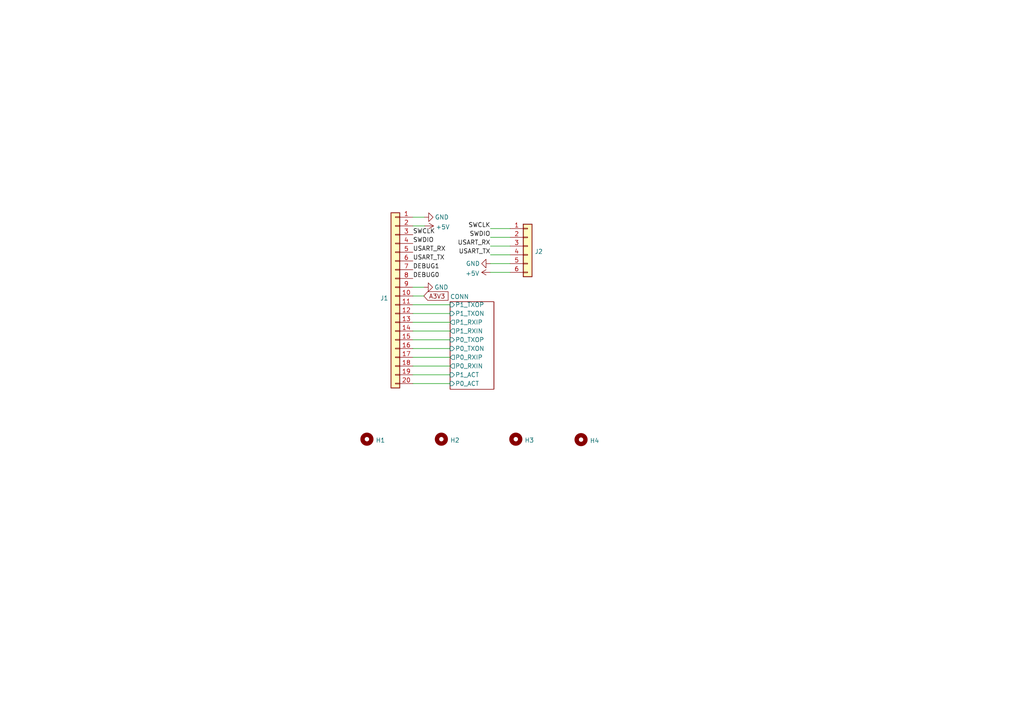
<source format=kicad_sch>
(kicad_sch (version 20230121) (generator eeschema)
  (paper "A4")
  (lib_symbols
    (symbol "Connector_Generic:Conn_01x06" (pin_names (offset 1.016) hide)
      (property "Reference" "J" (at 0 7.62 0))
      (property "Value" "Conn_01x06" (at 0 -10.16 0))
      (symbol "Conn_01x06_1_1"
        (rectangle (start -1.27 -7.493) (end 0 -7.747) (stroke (width 0.1524)))
        (rectangle (start -1.27 -4.953) (end 0 -5.207) (stroke (width 0.1524)))
        (rectangle (start -1.27 -2.413) (end 0 -2.667) (stroke (width 0.1524)))
        (rectangle (start -1.27 0.127) (end 0 -0.127) (stroke (width 0.1524)))
        (rectangle (start -1.27 2.667) (end 0 2.413) (stroke (width 0.1524)))
        (rectangle (start -1.27 5.207) (end 0 4.953) (stroke (width 0.1524)))
        (rectangle (start -1.27 6.35) (end 1.27 -8.89) (stroke (width 0.254)) (fill (type background)))
        (pin passive line (at -5.08 5.08 0) (length 3.81) (name "Pin_1") (number "1"))
        (pin passive line (at -5.08 2.54 0) (length 3.81) (name "Pin_2") (number "2"))
        (pin passive line (at -5.08 0 0) (length 3.81) (name "Pin_3") (number "3"))
        (pin passive line (at -5.08 -2.54 0) (length 3.81) (name "Pin_4") (number "4"))
        (pin passive line (at -5.08 -5.08 0) (length 3.81) (name "Pin_5") (number "5"))
        (pin passive line (at -5.08 -7.62 0) (length 3.81) (name "Pin_6") (number "6"))
      )
    )
    (symbol "Connector_Generic:Conn_01x20" (pin_names (offset 1.016) hide)
      (property "Reference" "J" (at 0 25.4 0))
      (property "Value" "Conn_01x20" (at 0 -27.94 0))
      (symbol "Conn_01x20_1_1"
        (rectangle (start -1.27 -25.273) (end 0 -25.527) (stroke (width 0.1524)))
        (rectangle (start -1.27 -22.733) (end 0 -22.987) (stroke (width 0.1524)))
        (rectangle (start -1.27 -20.193) (end 0 -20.447) (stroke (width 0.1524)))
        (rectangle (start -1.27 -17.653) (end 0 -17.907) (stroke (width 0.1524)))
        (rectangle (start -1.27 -15.113) (end 0 -15.367) (stroke (width 0.1524)))
        (rectangle (start -1.27 -12.573) (end 0 -12.827) (stroke (width 0.1524)))
        (rectangle (start -1.27 -10.033) (end 0 -10.287) (stroke (width 0.1524)))
        (rectangle (start -1.27 -7.493) (end 0 -7.747) (stroke (width 0.1524)))
        (rectangle (start -1.27 -4.953) (end 0 -5.207) (stroke (width 0.1524)))
        (rectangle (start -1.27 -2.413) (end 0 -2.667) (stroke (width 0.1524)))
        (rectangle (start -1.27 0.127) (end 0 -0.127) (stroke (width 0.1524)))
        (rectangle (start -1.27 2.667) (end 0 2.413) (stroke (width 0.1524)))
        (rectangle (start -1.27 5.207) (end 0 4.953) (stroke (width 0.1524)))
        (rectangle (start -1.27 7.747) (end 0 7.493) (stroke (width 0.1524)))
        (rectangle (start -1.27 10.287) (end 0 10.033) (stroke (width 0.1524)))
        (rectangle (start -1.27 12.827) (end 0 12.573) (stroke (width 0.1524)))
        (rectangle (start -1.27 15.367) (end 0 15.113) (stroke (width 0.1524)))
        (rectangle (start -1.27 17.907) (end 0 17.653) (stroke (width 0.1524)))
        (rectangle (start -1.27 20.447) (end 0 20.193) (stroke (width 0.1524)))
        (rectangle (start -1.27 22.987) (end 0 22.733) (stroke (width 0.1524)))
        (rectangle (start -1.27 24.13) (end 1.27 -26.67) (stroke (width 0.254)) (fill (type background)))
        (pin passive line (at -5.08 22.86 0) (length 3.81) (name "Pin_1") (number "1"))
        (pin passive line (at -5.08 0 0) (length 3.81) (name "Pin_10") (number "10"))
        (pin passive line (at -5.08 -2.54 0) (length 3.81) (name "Pin_11") (number "11"))
        (pin passive line (at -5.08 -5.08 0) (length 3.81) (name "Pin_12") (number "12"))
        (pin passive line (at -5.08 -7.62 0) (length 3.81) (name "Pin_13") (number "13"))
        (pin passive line (at -5.08 -10.16 0) (length 3.81) (name "Pin_14") (number "14"))
        (pin passive line (at -5.08 -12.7 0) (length 3.81) (name "Pin_15") (number "15"))
        (pin passive line (at -5.08 -15.24 0) (length 3.81) (name "Pin_16") (number "16"))
        (pin passive line (at -5.08 -17.78 0) (length 3.81) (name "Pin_17") (number "17"))
        (pin passive line (at -5.08 -20.32 0) (length 3.81) (name "Pin_18") (number "18"))
        (pin passive line (at -5.08 -22.86 0) (length 3.81) (name "Pin_19") (number "19"))
        (pin passive line (at -5.08 20.32 0) (length 3.81) (name "Pin_2") (number "2"))
        (pin passive line (at -5.08 -25.4 0) (length 3.81) (name "Pin_20") (number "20"))
        (pin passive line (at -5.08 17.78 0) (length 3.81) (name "Pin_3") (number "3"))
        (pin passive line (at -5.08 15.24 0) (length 3.81) (name "Pin_4") (number "4"))
        (pin passive line (at -5.08 12.7 0) (length 3.81) (name "Pin_5") (number "5"))
        (pin passive line (at -5.08 10.16 0) (length 3.81) (name "Pin_6") (number "6"))
        (pin passive line (at -5.08 7.62 0) (length 3.81) (name "Pin_7") (number "7"))
        (pin passive line (at -5.08 5.08 0) (length 3.81) (name "Pin_8") (number "8"))
        (pin passive line (at -5.08 2.54 0) (length 3.81) (name "Pin_9") (number "9"))
      )
    )
    (symbol "Mechanical:MountingHole" (pin_names (offset 1.016))
      (property "Reference" "H" (at 0 5.08 0))
      (property "Value" "MountingHole" (at 0 3.175 0))
      (symbol "MountingHole_0_1"
        (circle (center 0 0) (radius 1.27) (stroke (width 1.27)))
      )
    )
    (symbol "power:+5V" (power) (pin_names (offset 0))
      (property "Value" "+5V" (at 0 3.556 0))
      (symbol "+5V_0_1"
        (polyline (pts (xy -0.762 1.27) (xy 0 2.54)))
        (polyline (pts (xy 0 0) (xy 0 2.54)))
        (polyline (pts (xy 0 2.54) (xy 0.762 1.27)))
      )
      (symbol "+5V_1_1"
        (pin power_in line (at 0 0 90) (length 0) hide (name "+5V") (number "1"))
      )
    )
    (symbol "power:GND" (power) (pin_names (offset 0))
      (property "Value" "GND" (at 0 -3.81 0))
      (symbol "GND_0_1"
        (polyline (pts (xy 0 0) (xy 0 -1.27) (xy 1.27 -1.27) (xy 0 -2.54) (xy -1.27 -1.27) (xy 0 -1.27)))
      )
      (symbol "GND_1_1"
        (pin power_in line (at 0 0 270) (length 0) hide (name "GND") (number "1"))
      )
    )
  )
  (wire (pts (xy 142.24 76.454) (xy 147.955 76.454)))
  (wire (pts (xy 142.24 66.294) (xy 147.955 66.294)))
  (wire (pts (xy 122.936 83.312) (xy 119.761 83.312)))
  (wire (pts (xy 119.761 108.712) (xy 130.556 108.712)))
  (wire (pts (xy 122.936 85.852) (xy 119.761 85.852)))
  (wire (pts (xy 119.761 90.932) (xy 130.556 90.932)))
  (wire (pts (xy 142.24 71.374) (xy 147.955 71.374)))
  (wire (pts (xy 142.24 73.914) (xy 147.955 73.914)))
  (wire (pts (xy 123.19 65.532) (xy 119.761 65.532)))
  (wire (pts (xy 119.761 103.632) (xy 130.556 103.632)))
  (wire (pts (xy 123.063 62.992) (xy 119.761 62.992)))
  (wire (pts (xy 142.24 78.994) (xy 147.955 78.994)))
  (wire (pts (xy 119.761 111.252) (xy 130.556 111.252)))
  (wire (pts (xy 119.761 93.472) (xy 130.556 93.472)))
  (wire (pts (xy 119.761 88.392) (xy 130.556 88.392)))
  (wire (pts (xy 119.761 96.012) (xy 130.556 96.012)))
  (wire (pts (xy 119.761 101.092) (xy 130.556 101.092)))
  (wire (pts (xy 142.24 68.834) (xy 147.955 68.834)))
  (wire (pts (xy 119.761 98.552) (xy 130.556 98.552)))
  (wire (pts (xy 119.761 106.172) (xy 130.556 106.172)))
  (label "SWCLK" (at 142.24 66.294 180))
  (label "SWDIO" (at 119.761 70.612 0))
  (label "DEBUG0" (at 119.761 80.772 0))
  (label "USART_TX" (at 119.761 75.692 0))
  (label "DEBUG1" (at 119.761 78.232 0))
  (label "USART_RX" (at 119.761 73.152 0))
  (label "USART_RX" (at 142.24 71.374 180))
  (label "SWDIO" (at 142.24 68.834 180))
  (label "USART_TX" (at 142.24 73.914 180))
  (label "SWCLK" (at 119.761 68.072 0))
  (global_label "A3V3" (shape input) (at 122.936 85.852 0) (property "Intersheetrefs" "${INTERSHEET_REFS}" (effects hide)))
  (symbol (lib_id "power:GND") (at 123.063 62.992 90) (unit 1)
    (property "Reference" "#PWR013" (effects hide))
    (property "Value" "GND" (at 128.143 62.992 90))
  )
  (symbol (lib_id "Mechanical:MountingHole") (at 149.606 127.381 0) (unit 1)
    (property "Reference" "H3" (at 152.146 127.6978 0) (effects (justify left)))
    (property "Value" "MountingHole" (effects hide))
    (property "Footprint" "EXTRA IC:M1.6" (effects hide))
  )
  (symbol (lib_id "power:+5V") (at 123.19 65.532 270) (unit 1)
    (property "Reference" "#PWR014" (effects hide))
    (property "Value" "+5V" (at 126.365 65.8488 90) (effects (justify left)))
  )
  (symbol (lib_id "Mechanical:MountingHole") (at 168.529 127.508 0) (unit 1)
    (property "Reference" "H4" (at 171.069 127.8248 0) (effects (justify left)))
    (property "Value" "MountingHole" (effects hide))
    (property "Footprint" "EXTRA IC:M1.6" (effects hide))
  )
  (symbol (lib_id "Mechanical:MountingHole") (at 128.016 127.381 0) (unit 1)
    (property "Reference" "H2" (at 130.556 127.6978 0) (effects (justify left)))
    (property "Value" "MountingHole" (effects hide))
    (property "Footprint" "EXTRA IC:M1.6" (effects hide))
  )
  (symbol (lib_id "Mechanical:MountingHole") (at 106.426 127.381 0) (unit 1)
    (property "Reference" "H1" (at 108.966 127.6978 0) (effects (justify left)))
    (property "Value" "MountingHole" (effects hide))
    (property "Footprint" "EXTRA IC:M1.6" (effects hide))
  )
  (symbol (lib_id "power:GND") (at 142.24 76.454 270) (unit 1)
    (property "Reference" "#PWR015" (effects hide))
    (property "Value" "GND" (at 137.16 76.454 90))
  )
  (symbol (lib_id "Connector_Generic:Conn_01x20") (at 114.681 85.852 0) (mirror y) (unit 1)
    (property "Reference" "J1" (at 112.649 86.4783 0) (effects (justify left)))
    (property "Value" "Conn_01x20" (effects hide))
    (property "Footprint" "Connector_PinHeader_1.27mm:ECAT_20pin" (effects hide))
  )
  (symbol (lib_id "power:+5V") (at 142.24 78.994 90) (unit 1)
    (property "Reference" "#PWR019" (effects hide))
    (property "Value" "+5V" (at 139.0651 79.3108 90) (effects (justify left)))
  )
  (symbol (lib_id "power:GND") (at 122.936 83.312 90) (unit 1)
    (property "Reference" "#PWR012" (effects hide))
    (property "Value" "GND" (at 128.016 83.312 90))
  )
  (symbol (lib_id "Connector_Generic:Conn_01x06") (at 153.035 71.374 0) (unit 1)
    (property "Reference" "J2" (at 155.067 72.9608 0) (effects (justify left)))
    (property "Value" "Conn_01x06" (effects hide))
    (property "Footprint" "Connector_JST:JST_SH_BM06B-SRSS-TB_1x06-1MP_P1.00mm_Vertical" (effects hide))
  )
  (sheet (at 130.556 87.503) (size 12.7 25.4) (stroke (width 0.1524))
    (property "Sheetname" "CONN" (at 130.556 86.7914 0) (effects (justify left bottom)))
    (property "Sheetfile" "CONN.kicad_sch" (effects hide))
    (pin "P0_ACT" input (at 130.556 111.252 180))
    (pin "P1_ACT" input (at 130.556 108.712 180))
    (pin "P1_TXON" input (at 130.556 90.932 180))
    (pin "P1_RXIP" output (at 130.556 93.472 180))
    (pin "P1_TXOP" input (at 130.556 88.392 180))
    (pin "P0_RXIP" output (at 130.556 103.632 180))
    (pin "P0_RXIN" output (at 130.556 106.172 180))
    (pin "P0_TXON" input (at 130.556 101.092 180))
    (pin "P1_RXIN" output (at 130.556 96.012 180))
    (pin "P0_TXOP" input (at 130.556 98.552 180))
  )
)
</source>
